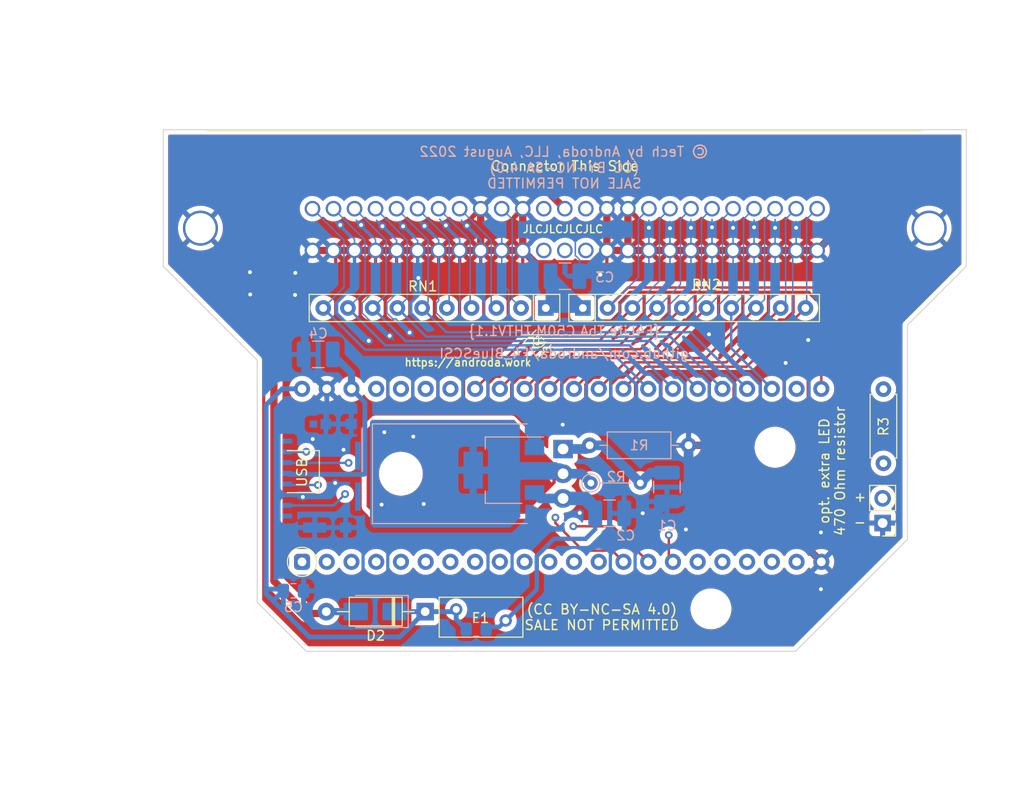
<source format=kicad_pcb>
(kicad_pcb (version 20211014) (generator pcbnew)
  (layers (0 "F.Cu" signal) (1 "In1.Cu" signal) (2 "In2.Cu" signal) (31 "B.Cu" signal) (34 "B.Paste" user) (35 "F.Paste" user) (36 "B.SilkS" user "B.Silkscreen") (37 "F.SilkS" user "F.Silkscreen") (38 "B.Mask" user) (39 "F.Mask" user) (44 "Edge.Cuts" user))
  (net 0 "")
  (net 1 "GND")
  (net 2 "+2V8")
  (net 3 "+5V")
  (net 7 "SD_CS")
  (net 8 "SD_CLK")
  (net 9 "SD_MISO")
  (net 10 "SD_MOSI")
  (net 11 "ATN")
  (net 12 "BSY")
  (net 13 "DBP")
  (net 14 "ACK")
  (net 15 "RST")
  (net 16 "MSG")
  (net 17 "SEL")
  (net 18 "CD")
  (net 19 "REQ")
  (net 20 "IO")
  (net 21 "DB7")
  (net 22 "DB6")
  (net 23 "DB5")
  (net 24 "DB4")
  (net 25 "DB3")
  (net 26 "DB2")
  (net 27 "DB1")
  (net 28 "DB0")
  (net 29 "+3V3")
  (net 30 "+5VP")
  (net 31 "+5F")
  (net 32 "Net-(C1-Pad1)")
  (net 33 "Net-(R3-Pad1)")
  (net 51 "Net-(J3-Pad2)")
  (footprint "MountingHole:MountingHole_3.2mm_M3" (layer "F.Cu") (at 151.22144 79.13116)
    (fp_text reference "REF**" hide)
    (fp_text value "MountingHole_3.2mm_M3")
  )
  (footprint "MountingHole:MountingHole_3.2mm_M3" (layer "F.Cu") (at 157.80258 62.51448)
    (fp_text reference "REF**" hide)
    (fp_text value "MountingHole_3.2mm_M3")
  )
  (footprint "CustomFootprints:Fuse_BelFuse_0ZRE0005FF_L8.3mm_W3.8mm" (layer "F.Cu") (at 125.05182 79.1845)
    (fp_text reference "F1")
    (fp_text value "Polyfuse")
  )
  (footprint "CustomFootprints:SpaceshipBug" (layer "F.Cu") (at 136.57072 51.47056 -90)
    (fp_text reference "REF**" hide)
    (fp_text value "SpaceshipBug" hide)
  )
  (footprint "Resistor_THT:R_Array_SIP10" (layer "F.Cu") (at 134.2517 48.20412 180)
    (fp_text reference "RN1")
    (fp_text value "R_Network09")
  )
  (footprint "Resistor_THT:R_Array_SIP10" (layer "F.Cu") (at 138.0617 48.20412)
    (fp_text reference "RN2")
    (fp_text value "R_Network09")
  )
  (footprint "Diode_THT:D_A-405_P10.16mm_Horizontal" (layer "F.Cu") (at 121.86412 79.4131 180)
    (fp_text reference "D2")
    (fp_text value "D")
  )
  (footprint "CustomFootprints:F4Lite_Footprint" (layer "F.Cu") (at 106.676095 66.673742 90)
    (fp_text reference "U2" hide)
    (fp_text value "F4Lite_Footprint")
  )
  (footprint "CustomFootprints:Centronics50Male" (layer "F.Cu") (at 136.2075 25.12846)
    (fp_text reference "U3" hide)
    (fp_text value "Centronics50PinMale")
  )
  (footprint "Connector_PinHeader_2.54mm:PinHeader_1x02_P2.54mm_Vertical" (layer "F.Cu") (at 168.85412 70.3072 180)
    (fp_text reference "J3" hide)
    (fp_text value "Conn_01x02_Male")
  )
  (footprint "Resistor_THT:R_Axial_DIN0207_L6.3mm_D2.5mm_P7.62mm_Horizontal" (layer "F.Cu") (at 168.9354 56.54548 -90)
    (fp_text reference "R3")
    (fp_text value "R")
  )
  (footprint "Capacitor_SMD:C_1210_3225Metric_Pad1.42x2.65mm_HandSolder" (layer "B.Cu") (at 140.817835 69.302643)
    (fp_text reference "C2")
    (fp_text value "10uF")
  )
  (footprint "Capacitor_SMD:C_1210_3225Metric_Pad1.42x2.65mm_HandSolder" (layer "B.Cu") (at 136.22114 44.93768)
    (fp_text reference "C3")
    (fp_text value "10uF")
  )
  (footprint "CustomFootprints:microsd_molex_1051620001" (layer "B.Cu") (at 111.278573 65.553602 90)
    (fp_text reference "J5" hide)
    (fp_text value "MicroSD-105162-0001")
  )
  (footprint "Capacitor_SMD:C_1210_3225Metric_Pad1.42x2.65mm_HandSolder" (layer "B.Cu") (at 146.696334 66.608642 -90)
    (fp_text reference "C1")
    (fp_text value "10uF")
  )
  (footprint "Resistor_THT:R_Axial_DIN0207_L6.3mm_D2.5mm_P10.16mm_Horizontal" (layer "B.Cu") (at 138.758834 62.317642)
    (fp_text reference "R1")
    (fp_text value "154")
  )
  (footprint "Resistor_THT:R_Axial_DIN0204_L3.6mm_D1.6mm_P5.08mm_Vertical" (layer "B.Cu") (at 138.885834 66.191144)
    (fp_text reference "R2")
    (fp_text value "120")
  )
  (footprint "Package_TO_SOT_THT:TO-220-3_Horizontal_TabDown" (layer "B.Cu") (at 136.028334 62.698644 -90)
    (fp_text reference "U1" hide)
    (fp_text value "LD1117V")
  )
  (footprint "Capacitor_SMD:C_1210_3225Metric_Pad1.42x2.65mm_HandSolder" (layer "B.Cu") (at 110.87702 52.9717 180)
    (fp_text reference "C4")
    (fp_text value "10uF")
  )
  (footprint "Capacitor_SMD:C_0805_2012Metric_Pad1.18x1.45mm_HandSolder" (layer "B.Cu") (at 108.3349 77.2668)
    (fp_text reference "C5")
    (fp_text value "10uF")
  )
  (footprint "Package_TO_SOT_SMD:SOT-223-3_TabPin2" (layer "B.Cu") (at 129.9464 64.8716 180)
    (fp_text reference "U4" hide)
    (fp_text value "LD1117V")
  )
  (footprint "Fuse:Fuse_0805_2012Metric_Pad1.15x1.40mm_HandSolder" (layer "B.Cu") (at 127.1016 81.2292)
    (fp_text reference "F2" hide)
    (fp_text value "Polyfuse")
  )
  (footprint "Diode_SMD:D_SMA" (layer "B.Cu") (at 116.7196 79.4004 180)
    (fp_text reference "D1" hide)
    (fp_text value "D")
  )
  (gr_line (start 159.91078 83.48726) (end 171.39464 72.00138) (layer "Edge.Cuts") (width 0.1))
  (gr_line (start 171.39464 49.9745) (end 171.39464 72.00138) (layer "Edge.Cuts") (width 0.1))
  (gr_line (start 104.61244 78.4479) (end 109.6518 83.48726) (layer "Edge.Cuts") (width 0.1))
  (gr_line (start 104.61244 53.57674) (end 104.61244 78.4479) (layer "Edge.Cuts") (width 0.1))
  (gr_line (start 177.45 29.8831) (end 94.965 29.8831) (layer "Edge.Cuts") (width 0.1))
  (gr_line (start 177.45 29.8831) (end 177.45 43.91914) (layer "Edge.Cuts") (width 0.1))
  (gr_line (start 94.965 43.9293) (end 104.61244 53.57674) (layer "Edge.Cuts") (width 0.1))
  (gr_line (start 109.6518 83.48726) (end 159.91078 83.48726) (layer "Edge.Cuts") (width 0.1))
  (gr_line (start 177.45 43.91914) (end 171.39464 49.9745) (layer "Edge.Cuts") (width 0.1))
  (gr_line (start 94.965 29.8831) (end 94.965 43.9293) (layer "Edge.Cuts") (width 0.1))
  (gr_text "© Tech by Androda, LLC, August 2022" (at 136.11 32.14) (layer "B.SilkS") (effects (font (size 1 1)) (justify mirror)))
  (gr_text "github.com/androda/F4_BlueSCSI" (at 136.13384 52.89042) (layer "B.SilkS") (effects (font (size 1 1)) (justify mirror)))
  (gr_text "{F4Lite.TbA.C50M.THTV1.1}" (at 136.13384 50.5714) (layer "B.SilkS") (effects (font (size 1 1)) (justify mirror)))
  (gr_text "(CC BY-NC-SA 4.0)\nSALE NOT PERMITTED" (at 136.16 34.6) (layer "B.SilkS") (effects (font (size 1 1)) (justify mirror)))
  (gr_text "JLCJLCJLCJLC" (at 136.017 40.10152) (layer "F.SilkS") (effects (font (size 0.8 0.8))))
  (gr_text "-" (at 166.51 70.22) (layer "F.SilkS") (effects (font (size 1 1))))
  (gr_text "https://androda.work" (at 126.25578 53.79974) (layer "F.SilkS") (effects (font (size 0.8 0.8))))
  (gr_text "+" (at 166.54 67.62) (layer "F.SilkS") (effects (font (size 1 1))))
  (gr_text "Connector This Side" (at 136.21 33.62) (layer "F.SilkS") (effects (font (size 1 1))))
  (gr_text "opt. extra LED\n470 Ohm resistor" (at 163.67 64.96 90) (layer "F.SilkS") (effects (font (size 1 1))))
  (gr_text "(CC BY-NC-SA 4.0)\nSALE NOT PERMITTED" (at 140.01 79.99) (layer "F.SilkS") (effects (font (size 1 1))))
  (segment (start 161.206096 51.493504) (end 161.206096 65.481116) (width 0.33) (layer "F.Cu") (net 1))
  (segment (start 151.01951 50.91049) (end 150.59787 50.91049) (width 0.33) (layer "F.Cu") (net 1))
  (segment (start 139.86256 44.78274) (end 139.436699 45.208601) (width 0.33) (layer "F.Cu") (net 1))
  (segment (start 121.412 44.87164) (end 122.81408 46.27372) (width 0.33) (layer "F.Cu") (net 1))
  (segment (start 155.79344 49.6189) (end 152.110624 53.301716) (width 0.33) (layer "F.Cu") (net 1))
  (segment (start 131.8875 45.2608) (end 132.95376 46.32706) (width 0.33) (layer "F.Cu") (net 1))
  (segment (start 142.20698 55.30342) (end 143.22298 54.28742) (width 0.33) (layer "F.Cu") (net 1))
  (segment (start 157.12673 48.643292) (end 156.151122 49.6189) (width 0.33) (layer "F.Cu") (net 1))
  (segment (start 151.046096 56.075664) (end 151.046096 57.967964) (width 0.33) (layer "F.Cu") (net 1))
  (segment (start 143.474524 56.054111) (end 144.79689 54.731745) (width 0.33) (layer "F.Cu") (net 1))
  (segment (start 118.9275 42.28846) (end 118.9275 45.13034) (width 0.33) (layer "F.Cu") (net 1))
  (segment (start 123.093396 58.407384) (end 120.604196 58.407384) (width 0.33) (layer "F.Cu") (net 1))
  (segment (start 157.12673 46.59101) (end 159.65953 46.59101) (width 0.33) (layer "F.Cu") (net 1))
  (segment (start 139.152499 43.663461) (end 140.5275 42.28846) (width 0.75) (layer "F.Cu") (net 1))
  (segment (start 123.16206 58.33872) (end 123.16206 55.21198) (width 0.33) (layer "F.Cu") (net 1))
  (segment (start 117.99316 58.293) (end 118.026096 58.260064) (width 0.33) (layer "F.Cu") (net 1))
  (segment (start 144.35307 48.716952) (end 143.415562 49.65446) (width 0.33) (layer "F.Cu") (net 1))
  (segment (start 140.939436 58.407384) (end 138.358796 58.407384) (width 0.33) (layer "F.Cu") (net 1))
  (segment (start 134.044894 55.323741) (end 134.536179 55.323741) (width 0.33) (layer "F.Cu") (net 1))
  (segment (start 157.12673 46.59101) (end 157.12673 48.643292) (width 0.33) (layer "F.Cu") (net 1))
  (segment (start 140.939436 58.407384) (end 143.474524 58.407384) (width 0.33) (layer "F.Cu") (net 1))
  (segment (start 146.91593 48.694092) (end 146.008902 49.60112) (width 0.33) (layer "F.Cu") (net 1))
  (segment (start 129.44856 46.34738) (end 129.84734 46.34738) (width 0.33) (layer "F.Cu") (net 1))
  (segment (start 160.06826 50.19548) (end 161.206096 51.333316) (width 0.33) (layer "F.Cu") (net 1))
  (segment (start 159.65953 46.59101) (end 161.25677 46.59101) (width 0.33) (layer "F.Cu") (net 1))
  (segment (start 152.00355 49.50481) (end 150.59787 50.91049) (width 0.33) (layer "F.Cu") (net 1))
  (segment (start 112.10036 52.81168) (end 112.04448 52.7558) (width 0.5) (layer "F.Cu") (net 1))
  (segment (start 116.7675 42.28846) (end 116.7675 44.7712) (width 0.33) (layer "F.Cu") (net 1))
  (segment (start 148.539025 54.731745) (end 148.539025 57.967705) (width 0.33) (layer "F.Cu") (net 1))
  (segment (start 128.054016 58.407384) (end 128.054016 57.812856) (width 0.33) (layer "F.Cu") (net 1))
  (segment (start 151.066325 54.731745) (end 153.608865 54.731745) (width 0.33) (layer "F.Cu") (net 1))
  (segment (start 127.5675 42.28846) (end 127.5675 44.46632) (width 0.33) (layer "F.Cu") (net 1))
  (segment (start 143.415562 49.65446) (end 142.875 49.65446) (width 0.33) (layer "F.Cu") (net 1))
  (segment (start 123.2475 42.28846) (end 123.2475 44.07316) (width 0.33) (layer "F.Cu") (net 1))
  (segment (start 120.604196 58.407384) (end 120.220824 58.407384) (width 0.33) (layer "F.Cu") (net 1))
  (segment (start 117.76456 45.76826) (end 117.76456 49.71034) (width 0.33) (layer "F.Cu") (net 1))
  (segment (start 146.91593 46.59101) (end 149.59097 46.59101) (width 0.33) (layer "F.Cu") (net 1))
  (segment (start 118.026096 58.260064) (end 118.026096 55.605764) (width 0.33) (layer "F.Cu") (net 1))
  (segment (start 125.4075 43.57886) (end 127.88392 46.05528) (width 0.33) (layer "F.Cu") (net 1))
  (segment (start 140.5275 37.99846) (end 140.5275 42.28846) (width 0.75) (layer "F.Cu") (net 1))
  (segment (start 125.4075 42.28846) (end 125.4075 43.57886) (width 0.33) (layer "F.Cu") (net 1))
  (segment (start 161.206096 51.333316) (end 161.206096 51.493504) (width 0.33) (layer "F.Cu") (net 1))
  (segment (start 154.49275 46.59101) (end 154.49275 48.737272) (width 0.33) (layer "F.Cu") (net 1))
  (segment (start 158.88716 54.83352) (end 158.7246 54.99608) (width 0.33) (layer "F.Cu") (net 1))
  (segment (start 158.7246 54.99608) (end 158.7246 58.15584) (width 0.33) (layer "F.Cu") (net 1))
  (segment (start 156.286094 55.064554) (end 156.286094 57.718854) (width 0.33) (layer "F.Cu") (net 1))
  (segment (start 114.6075 42.28846) (end 114.6075 46.20784) (width 0.33) (layer "F.Cu") (net 1))
  (segment (start 161.25677 46.59101) (end 162.0266 47.36084) (width 0.33) (layer "F.Cu") (net 1))
  (segment (start 138.358796 58.407384) (end 135.877384 58.407384) (width 0.33) (layer "F.Cu") (net 1))
  (segment (start 140.939436 56.049199) (end 141.685215 55.30342) (width 0.33) (layer "F.Cu") (net 1))
  (segment (start 133.250856 58.407384) (end 133.266096 58.392144) (width 0.33) (layer "F.Cu") (net 1))
  (segment (start 149.59097 46.59101) (end 152.00355 46.59101) (width 0.33) (layer "F.Cu") (net 1))
  (segment (start 121.0875 42.28846) (end 121.0875 44.54714) (width 0.33) (layer "F.Cu") (net 1))
  (segment (start 148.539025 54.731745) (end 151.066325 54.731745) (width 0.33) (layer "F.Cu") (net 1))
  (segment (start 140.989003 49.541019) (end 141.86408 48.665942) (width 0.33) (layer "F.Cu") (net 1))
  (segment (start 132.064759 55.323741) (end 134.906801 52.481699) (width 0.33) (layer "F.Cu") (net 1))
  (segment (start 122.81408 46.27372) (end 122.81408 49.6189) (width 0.33) (layer "F.Cu") (net 1))
  (segment (start 156.151122 49.6189) (end 155.79344 49.6189) (width 0.33) (layer "F.Cu") (net 1))
  (segment (start 139.436699 49.541019) (end 140.989003 49.541019) (width 0.33) (layer "F.Cu") (net 1))
  (segment (start 125.864704 58.407384) (end 125.806094 58.348774) (width 0.33) (layer "F.Cu") (net 1))
  (segment (start 129.056335 55.2323) (end 129.52222 55.2323) (width 0.33) (layer "F.Cu") (net 1))
  (segment (start 134.536179 55.323741) (end 136.928211 52.931709) (width 0.33) (layer "F.Cu") (net 1))
  (segment (start 152.319532 50.91049) (end 151.01951 50.91049) (width 0.33) (layer "F.Cu") (net 1))
  (segment (start 117.99316 58.293) (end 115.11026 58.293) (width 0.33) (layer "F.Cu") (net 1))
  (segment (start 158.26232 49.43856) (end 153.949155 53.751725) (width 0.33) (layer "F.Cu") (net 1))
  (segment (start 148.693682 49.45634) (end 148.4884 49.45634) (width 0.33) (layer "F.Cu") (net 1))
  (segment (start 130.743876 58.407384) (end 128.054016 58.407384) (width 0.33) (layer "F.Cu") (net 1))
  (segment (start 146.085735 54.731745) (end 146.085735 58.056605) (width 0.33) (layer "F.Cu") (net 1))
  (segment (start 135.877384 58.407384) (end 133.250856 58.407384) (width 0.33) (layer "F.Cu") (net 1))
  (segment (start 112.6744 42.51536) (end 112.6744 49.0728) (width 0.33) (layer "F.Cu") (net 1))
  (segment (start 151.066325 54.731745) (end 151.066325 56.055435) (width 0.33) (layer "F.Cu") (net 1))
  (segment (start 131.8875 42.28846) (end 110.2875 42.28846) (width 0.75) (layer "F.Cu") (net 1))
  (segment (start 131.8875 42.28846) (end 131.8875 45.2608) (width 0.33) (layer "F.Cu") (net 1))
  (segment (start 114.6075 46.20784) (end 115.18392 46.78426) (width 0.33) (layer "F.Cu") (net 1))
  (segment (start 159.65953 48.650492) (end 158.871462 49.43856) (width 0.33) (layer "F.Cu") (net 1))
  (segment (start 146.91593 46.59101) (end 146.91593 48.694092) (width 0.33) (layer "F.Cu") (net 1))
  (segment (start 139.436699 45.208601) (end 139.436699 49.541019) (width 0.33) (layer "F.Cu") (net 1))
  (segment (start 139.697459 55.323741) (end 141.1351 53.8861) (width 0.33) (layer "F.Cu") (net 1))
  (segment (start 130.743876 56.084759) (end 131.504894 55.323741) (width 0.33) (layer "F.Cu") (net 1))
  (segment (start 125.806094 58.348774) (end 125.806094 55.620814) (width 0.33) (layer "F.Cu") (net 1))
  (segment (start 132.95376 46.32706) (end 132.95376 49.21758) (width 0.33) (layer "F.Cu") (net 1))
  (segment (start 142.907788 46.59101) (end 144.35307 46.59101) (width 0.33) (layer "F.Cu") (net 1))
  (segment (start 129.84734 46.34738) (end 130.39344 46.89348) (width 0.33) (layer "F.Cu") (net 1))
  (segment (start 135.877384 58.407384) (end 135.877384 56.031251) (width 0.33) (layer "F.Cu") (net 1))
  (segment (start 155.953285 54.731745) (end 156.286094 55.064554) (width 0.33) (layer "F.Cu") (net 1))
  (segment (start 131.504894 55.323741) (end 132.064759 55.323741) (width 0.33) (layer "F.Cu") (net 1))
  (segment (start 111.756095 53.044185) (end 112.04448 52.7558) (width 0.5) (layer "F.Cu") (net 1))
  (segment (start 159.65953 46.59101) (end 159.65953 48.650492) (width 0.33) (layer "F.Cu") (net 1))
  (segment (start 141.86408 48.665942) (end 141.86408 47.634718) (width 0.33) (layer "F.Cu") (net 1))
  (segment (start 133.266096 58.392144) (end 133.266096 56.102539) (width 0.33) (layer "F.Cu") (net 1))
  (segment (start 150.579995 62.317642) (end 162.556095 74.293742) (width 0.75) (layer "F.Cu") (net 1))
  (segment (start 153.608865 54.731745) (end 155.498975 54.731745) (width 0.33) (layer "F.Cu") (net 1))
  (segment (start 161.206096 65.481116) (end 166.03218 70.3072) (width 0.33) (layer "F.Cu") (net 1))
  (segment (start 138.358796 58.407384) (end 138.358796 56.089839) (width 0.33) (layer "F.Cu") (net 1))
  (segment (start 148.4884 49.45634) (end 145.543042 52.401698) (width 0.33) (layer "F.Cu") (net 1))
  (segment (start 148.918834 62.317642) (end 150.579995 62.317642) (width 0.75) (layer "F.Cu") (net 1))
  (segment (start 133.266096 56.102539) (end 134.044894 55.323741) (width 0.33) (layer "F.Cu") (net 1))
  (segment (start 150.59787 50.91049) (end 148.656653 52.851707) (width 0.33) (layer "F.Cu") (net 1))
  (segment (start 146.008902 49.60112) (end 145.4912 49.60112) (width 0.33) (layer "F.Cu") (net 1))
  (segment (start 127.88392 46.05528) (end 127.88392 49.3649) (width 0.33) (layer "F.Cu") (net 1))
  (segment (start 152.00355 46.59101) (end 152.00355 49.50481) (width 0.33) (layer "F.Cu") (net 1))
  (segment (start 133.250856 58.407384) (end 130.743876 58.407384) (width 0.33) (layer "F.Cu") (net 1))
  (segment (start 128.32334 55.965295) (end 129.056335 55.2323) (width 0.33) (layer "F.Cu") (net 1))
  (segment (start 153.608865 54.731745) (end 153.608865 56.385635) (width 0.33) (layer "F.Cu") (net 1))
  (segment (start 144.35307 46.59101) (end 144.35307 48.716952) (width 0.33) (layer "F.Cu") (net 1))
  (segment (start 155.498975 54.731745) (end 160.06826 50.16246) (width 0.33) (layer "F.Cu") (net 1))
  (segment (start 160.06826 50.16246) (end 160.06826 50.19548) (width 0.33) (layer "F.Cu") (net 1))
  (segment (start 123.093396 58.407384) (end 123.16206 58.33872) (width 0.33) (layer "F.Cu") (net 1))
  (segment (start 144.79689 54.731745) (end 146.085735 54.731745) (width 0.33) (layer "F.Cu") (net 1))
  (segment (start 142.6875 37.99846) (end 142.6875 42.28846) (width 0.75) (layer "F.Cu") (net 1))
  (segment (start 151.066325 56.055435) (end 151.046096 56.075664) (width 0.33) (layer "F.Cu") (net 1))
  (segment (start 135.877384 56.031251) (end 136.622995 55.28564) (width 0.33) (layer "F.Cu") (net 1))
  (segment (start 144.35307 46.59101) (end 146.91593 46.59101) (width 0.33) (layer "F.Cu") (net 1))
  (segment (start 154.49275 46.59101) (end 157.12673 46.59101) (width 0.33) (layer "F.Cu") (net 1))
  (segment (start 145.4912 49.60112) (end 143.18234 51.90998) (width 0.33) (layer "F.Cu") (net 1))
  (segment (start 127.5675 37.99846) (end 127.5675 42.28846) (width 0.75) (layer "F.Cu") (net 1))
  (segment (start 130.743876 58.407384) (end 130.743876 56.084759) (width 0.33) (layer "F.Cu") (net 1))
  (segment (start 166.03218 70.3072) (end 168.85412 70.3072) (width 0.33) (layer "F.Cu") (net 1))
  (segment (start 129.52222 55.2323) (end 132.7023 52.05222) (width 0.33) (layer "F.Cu") (net 1))
  (segment (start 120.604196 58.407384) (end 120.604196 55.463524) (width 0.33) (layer "F.Cu") (net 1))
  (segment (start 142.875 49.65446) (end 141.16558 51.36388) (width 0.33) (layer "F.Cu") (net 1))
  (segment (start 141.86408 47.634718) (end 142.907788 46.59101) (width 0.33) (layer "F.Cu") (net 1))
  (segment (start 120.28932 46.49216) (end 120.28932 49.78146) (width 0.33) (layer "F.Cu") (net 1))
  (segment (start 133.262501 43.663461) (end 139.152499 43.663461) (width 0.75) (layer "F.Cu") (net 1))
  (segment (start 154.49275 48.737272) (end 152.319532 50.91049) (width 0.33) (layer "F.Cu") (net 1))
  (segment (start 123.2475 44.07316) (end 125.39472 46.22038) (width 0.33) (layer "F.Cu") (net 1))
  (segment (start 139.124894 55.323741) (end 139.697459 55.323741) (width 0.33) (layer "F.Cu") (net 1))
  (segment (start 112.4475 42.28846) (end 112.6744 42.51536) (width 0.33) (layer "F.Cu") (net 1))
  (segment (start 125.864704 58.407384) (end 123.093396 58.407384) (width 0.33) (layer "F.Cu") (net 1))
  (segment (start 138.358796 56.089839) (end 139.124894 55.323741) (width 0.33) (layer "F.Cu") (net 1))
  (segment (start 118.9275 45.13034) (end 120.28932 46.49216) (width 0.33) (layer "F.Cu") (net 1))
  (segment (start 116.7675 44.7712) (end 117.76456 45.76826) (width 0.33) (layer "F.Cu") (net 1))
  (segment (start 131.8875 37.99846) (end 131.8875 42.28846) (width 0.75) (layer "F.Cu") (net 1))
  (segment (start 128.32334 57.543532) (end 128.32334 55.965295) (width 0.33) (layer "F.Cu") (net 1))
  (segment (start 149.59097 46.59101) (end 149.59097 48.559052) (width 0.33) (layer "F.Cu") (net 1))
  (segment (start 120.220824 58.407384) (end 120.10644 58.293) (width 0.33) (layer "F.Cu") (net 1))
  (segment (start 136.622995 55.28564) (end 137.24636 55.28564) (width 0.33) (layer "F.Cu") (net 1))
  (segment (start 149.59097 48.559052) (end 148.693682 49.45634) (width 0.33) (layer "F.Cu") (net 1))
  (segment (start 155.498975 54.731745) (end 155.953285 54.731745) (width 0.33) (layer "F.Cu") (net 1))
  (segment (start 143.474524 58.407384) (end 143.474524 56.054111) (width 0.33) (layer "F.Cu") (net 1))
  (segment (start 152.00355 46.59101) (end 154.49275 46.59101) (width 0.33) (layer "F.Cu") (net 1))
  (segment (start 153.586096 56.408404) (end 153.586096 57.607284) (width 0.33) (layer "F.Cu") (net 1))
  (segment (start 128.054016 57.812856) (end 128.32334 57.543532) (width 0.33) (layer "F.Cu") (net 1))
  (segment (start 158.871462 49.43856) (end 158.26232 49.43856) (width 0.33) (layer "F.Cu") (net 1))
  (segment (start 162.1275 42.28846) (end 140.5275 42.28846) (width 0.75) (layer "F.Cu") (net 1))
  (segment (start 158.88716 53.85054) (end 158.88716 54.83352) (width 0.33) (layer "F.Cu") (net 1))
  (segment (start 140.939436 58.407384) (end 140.939436 56.049199) (width 0.33) (layer "F.Cu") (net 1))
  (segment (start 121.0875 44.54714) (end 121.412 44.87164) (width 0.33) (layer "F.Cu") (net 1))
  (segment (start 131.8875 42.28846) (end 133.262501 43.663461) (width 0.75) (layer "F.Cu") (net 1))
  (segment (start 115.18392 46.78426) (end 115.18392 49.34458) (width 0.33) (layer "F.Cu") (net 1))
  (segment (start 140.5275 44.1178) (end 139.86256 44.78274) (width 0.33) (layer "F.Cu") (net 1))
  (segment (start 130.39344 46.89348) (end 130.39344 49.40046) (width 0.33) (layer "F.Cu") (net 1))
  (segment (start 128.054016 58.407384) (end 125.864704 58.407384) (width 0.33) (layer "F.Cu") (net 1))
  (segment (start 153.608865 56.385635) (end 153.586096 56.408404) (width 0.33) (layer "F.Cu") (net 1))
  (segment (start 140.5275 42.28846) (end 140.5275 44.1178) (width 0.33) (layer "F.Cu") (net 1))
  (segment (start 146.085735 54.731745) (end 148.539025 54.731745) (width 0.33) (layer "F.Cu") (net 1))
  (segment (start 120.10644 58.293) (end 117.99316 58.293) (width 0.33) (layer "F.Cu") (net 1))
  (segment (start 125.39472 46.22038) (end 125.39472 49.78146) (width 0.33) (layer "F.Cu") (net 1))
  (segment (start 164.4175 39.99846) (end 162.1275 42.28846) (width 0.75) (layer "F.Cu") (net 1))
  (segment (start 127.5675 44.46632) (end 129.44856 46.34738) (width 0.33) (layer "F.Cu") (net 1))
  (segment (start 141.685215 55.30342) (end 142.20698 55.30342) (width 0.33) (layer "F.Cu") (net 1))
  (segment (start 137.24636 55.28564) (end 139.150282 53.381718) (width 0.33) (layer "F.Cu") (net 1))
  (via (at 117.475 39.79672) (size 0.8) (drill 0.4) (layers "F.Cu" "B.Cu") (net 1))
  (via (at 121.16816 45.11548) (size 0.8) (drill 0.4) (layers "F.Cu" "B.Cu") (net 1))
  (via (at 108.52404 44.59478) (size 0.8) (drill 0.4) (layers "F.Cu" "B.Cu") (net 1))
  (via (at 121.79935 39.77513) (size 0.8) (drill 0.4) (layers "F.Cu" "B.Cu") (net 1))
  (via (at 108.49864 46.86554) (size 0.8) (drill 0.4) (layers "F.Cu" "B.Cu") (net 1))
  (via (at 147.0075 40.00508) (size 0.8) (drill 0.4) (layers "F.Cu" "B.Cu") (net 1))
  (via (at 113.15065 39.67353) (size 0.8) (drill 0.4) (layers "F.Cu" "B.Cu") (net 1))
  (via (at 153.4875 39.9589) (size 0.8) (drill 0.4) (layers "F.Cu" "B.Cu") (net 1))
  (via (at 144.209757 69.302643) (size 0.8) (drill 0.4) (layers "F.Cu" "B.Cu") (net 1))
  (via (at 135.9916 60.198) (size 0.8) (drill 0.4) (layers "F.Cu" "B.Cu") (net 1))
  (via (at 120.26519 50.72507) (size 0.8) (drill 0.4) (layers "F.Cu" "B.Cu") (net 1))
  (via (at 113.47958 62.7761) (size 0.8) (drill 0.4) (layers "F.Cu" "B.Cu") (net 1))
  (via (at 155.6475 39.90964) (size 0.8) (drill 0.4) (layers "F.Cu" "B.Cu") (net 1))
  (via (at 103.89362 46.81728) (size 0.8) (drill 0.4) (layers "F.Cu" "B.Cu") (net 1))
  (via (at 126.153985 39.743575) (size 0.8) (drill 0.4) (layers "F.Cu" "B.Cu") (net 1))
  (via (at 118.21541 51.06797) (size 0.8) (drill 0.4) (layers "F.Cu" "B.Cu") (net 1))
  (via (at 103.86822 44.51858) (size 0.8) (drill 0.4) (layers "F.Cu" "B.Cu") (net 1))
  (via (at 123.9901 39.71544) (size 0.8) (drill 0.4) (layers "F.Cu" "B.Cu") (net 1))
  (via (at 119.60098 39.8018) (size 0.8) (drill 0.4) (layers "F.Cu" "B.Cu") (net 1))
  (via (at 148.6408 70.9676) (size 0.8) (drill 0.4) (layers "F.Cu" "B.Cu") (net 1))
  (via (at 139.86256 44.78274) (size 0.8) (drill 0.4) (layers "F.Cu" "B.Cu") (net 1))
  (via (at 159.9675 39.95336) (size 0.8) (drill 0.4) (layers "F.Cu" "B.Cu") (net 1))
  (via (at 149.1675 39.95582) (size 0.8) (drill 0.4) (layers "F.Cu" "B.Cu") (net 1))
  (via (at 162.51428 71.26986) (size 0.8) (drill 0.4) (layers "F.Cu" "B.Cu") (net 1))
  (via (at 115.28552 39.67226) (size 0.8) (drill 0.4) (layers "F.Cu" "B.Cu") (net 1))
  (via (at 157.8075 39.96198) (size 0.8) (drill 0.4) (layers "F.Cu" "B.Cu") (net 1))
  (via (at 112.6236 66.1924) (size 0.8) (drill 0.4) (layers "F.Cu" "B.Cu") (net 1))
  (via (at 161.206096 51.493504) (size 0.8) (drill 0.4) (layers "F.Cu" "B.Cu") (net 1))
  (via (at 109.29874 67.6275) (size 0.8) (drill 0.4) (layers "F.Cu" "B.Cu") (net 1))
  (via (at 116.07292 51.5747) (size 0.8) (drill 0.4) (layers "F.Cu" "B.Cu") (net 1))
  (via (at 151.01951 50.91049) (size 0.8) (drill 0.4) (layers "F.Cu" "B.Cu") (net 1))
  (via (at 162.51428 77.10678) (size 0.8) (drill 0.4) (layers "F.Cu" "B.Cu") (net 1))
  (via (at 158.88716 53.85054) (size 0.8) (drill 0.4) (layers "F.Cu" "B.Cu") (net 1))
  (via (at 137.7442 69.2658) (size 0.8) (drill 0.4) (layers "F.Cu" "B.Cu") (net 1))
  (via (at 151.3275 39.90656) (size 0.8) (drill 0.4) (layers "F.Cu" "B.Cu") (net 1))
  (via (at 144.8475 39.95274) (size 0.8) (drill 0.4) (layers "F.Cu" "B.Cu") (net 1))
  (via (at 110.31474 61.67882) (size 0.8) (drill 0.4) (layers "F.Cu" "B.Cu") (net 1))
  (segment (start 118.21541 51.06797) (end 118.64848 51.50104) (width 0.155) (layer "B.Cu") (net 1))
  (segment (start 120.26519 50.72507) (end 120.6754 51.13528) (width 0.155) (layer "B.Cu") (net 1))
  (segment (start 116.07292 51.5747) (end 116.07292 51.5747) (width 0.33) (layer "B.Cu") (net 1))
  (segment (start 113.15065 39.67353) (end 112.78362 39.3065) (width 0.155) (layer "B.Cu") (net 1))
  (segment (start 115.28552 39.67226) (end 114.78768 39.17442) (width 0.155) (layer "B.Cu") (net 1))
  (segment (start 117.475 39.79672) (end 116.86032 39.18204) (width 0.155) (layer "B.Cu") (net 1))
  (segment (start 119.60098 39.8018) (end 119.15902 39.35984) (width 0.155) (layer "B.Cu") (net 1))
  (segment (start 121.79935 39.77513) (end 121.40946 39.38524) (width 0.155) (layer "B.Cu") (net 1))
  (segment (start 123.9901 39.71544) (end 123.350621 39.075961) (width 0.155) (layer "B.Cu") (net 1))
  (segment (start 126.153985 39.743575) (end 125.58737 39.17696) (width 0.155) (layer "B.Cu") (net 1))
  (segment (start 159.9675 39.95336) (end 159.9675 39.3048) (width 0.155) (layer "B.Cu") (net 1))
  (segment (start 157.8075 39.96198) (end 157.8075 39.103741) (width 0.155) (layer "B.Cu") (net 1))
  (segment (start 155.6475 39.90964) (end 155.6475 39.1504) (width 0.155) (layer "B.Cu") (net 1))
  (segment (start 153.4875 39.9589) (end 153.4875 39.21214) (width 0.155) (layer "B.Cu") (net 1))
  (segment (start 151.3275 39.90656) (end 151.3275 39.107061) (width 0.155) (layer "B.Cu") (net 1))
  (segment (start 149.1675 39.95582) (end 149.1675 39.155621) (width 0.155) (layer "B.Cu") (net 1))
  (segment (start 147.0075 40.00508) (end 147.0075 39.29372) (width 0.155) (layer "B.Cu") (net 1))
  (segment (start 144.8475 39.95274) (end 144.8475 39.19074) (width 0.155) (layer "B.Cu") (net 1))
  (segment (start 128.30048 58.37174) (end 125.73 58.37174) (width 0.33) (layer "B.Cu") (net 1))
  (segment (start 146.9009 47.930218) (end 146.9009 49.30902) (width 0.155) (layer "B.Cu") (net 1))
  (segment (start 118.04396 58.37174) (end 118.04396 55.36692) (width 0.33) (layer "B.Cu") (net 1))
  (segment (start 147.887296 55.323741) (end 147.454621 55.323741) (width 0.33) (layer "B.Cu") (net 1))
  (segment (start 123.2475 47.453618) (end 123.014199 47.686919) (width 0.155) (layer "B.Cu") (net 1))
  (segment (start 151.3275 46.043618) (end 149.5552 47.815918) (width 0.155) (layer "B.Cu") (net 1))
  (segment (start 131.8875 42.28846) (end 132.96392 43.36488) (width 0.155) (layer "B.Cu") (net 1))
  (segment (start 127.5675 42.28846) (end 127.5675 46.59992) (width 0.155) (layer "B.Cu") (net 1))
  (segment (start 107.323571 70.768602) (end 113.698573 70.768602) (width 0.5) (layer "B.Cu") (net 1))
  (segment (start 133.0964 62.5716) (end 133.0964 60.5024) (width 1.4) (layer "B.Cu") (net 1))
  (segment (start 144.44726 47.843858) (end 144.44726 49.18202) (width 0.155) (layer "B.Cu") (net 1))
  (segment (start 143.5862 56.59628) (end 143.5735 56.58358) (width 0.33) (layer "B.Cu") (net 1))
  (segment (start 140.91158 58.37174) (end 138.43762 58.37174) (width 0.33) (layer "B.Cu") (net 1))
  (segment (start 130.449991 46.429331) (end 130.449991 49.330011) (width 0.155) (layer "B.Cu") (net 1))
  (segment (start 129.7275 45.70684) (end 130.449991 46.429331) (width 0.155) (layer "B.Cu") (net 1))
  (segment (start 106.758572 67.883601) (end 106.758572 68.318548) (width 0.5) (layer "B.Cu") (net 1))
  (segment (start 133.0964 60.5024) (end 133.1976 60.4012) (width 1.4) (layer "B.Cu") (net 1))
  (segment (start 141.83106 47.920058) (end 141.83106 49.22012) (width 0.155) (layer "B.Cu") (net 1))
  (segment (start 144.3101 58.37174) (end 143.5862 58.37174) (width 0.33) (layer "B.Cu") (net 1))
  (segment (start 116.96954 49.8221) (end 118.21541 51.06797) (width 0.155) (layer "B.Cu") (net 1))
  (segment (start 106.758572 66.514812) (end 106.758572 59.977188) (width 0.5) (layer "B.Cu") (net 1))
  (segment (start 147.0075 42.28846) (end 147.0075 40.00508) (width 0.155) (layer "B.Cu") (net 1))
  (segment (start 153.69286 58.37174) (end 153.69286 56.049305) (width 0.33) (layer "B.Cu") (net 1))
  (segment (start 161.29508 58.37174) (end 161.62782 58.37174) (width 0.33) (layer "B.Cu") (net 1))
  (segment (start 127.5675 42.28846) (end 127.5675 41.15709) (width 0.155) (layer "B.Cu") (net 1))
  (segment (start 116.7675 42.28846) (end 116.7675 41.15424) (width 0.155) (layer "B.Cu") (net 1))
  (segment (start 114.6075 42.28846) (end 114.6075 41.13038) (width 0.155) (layer "B.Cu") (net 1))
  (segment (start 151.22906 58.37174) (end 153.69286 58.37174) (width 0.33) (layer "B.Cu") (net 1))
  (segment (start 116.7675 46.313618) (end 115.394199 47.686919) (width 0.155) (layer "B.Cu") (net 1))
  (segment (start 149.1675 42.28846) (end 149.1675 39.95582) (width 0.155) (layer "B.Cu") (net 1))
  (segment (start 109.487501 54.245148) (end 111.756095 56.513742) (width 0.75) (layer "B.Cu") (net 1))
  (segment (start 157.8075 42.28846) (end 157.8075 39.96198) (width 0.155) (layer "B.Cu") (net 1))
  (segment (start 161.29508 58.37174) (end 161.29508 55.4736) (width 0.33) (layer "B.Cu") (net 1))
  (segment (start 148.918834 67.301014) (end 148.123706 68.096142) (width 1) (layer "B.Cu") (net 1))
  (segment (start 118.9275 41.24922) (end 117.475 39.79672) (width 0.155) (layer "B.Cu") (net 1))
  (segment (start 121.0875 42.28846) (end 121.0875 46.944118) (width 0.33) (layer "B.Cu") (net 1))
  (segment (start 150.307915 55.20436) (end 149.66696 55.20436) (width 0.33) (layer "B.Cu") (net 1))
  (segment (start 122.103338 50.47996) (end 122.40006 50.47996) (width 0.33) (layer "B.Cu") (net 1))
  (segment (start 147.454621 55.323741) (end 144.214228 52.083348) (width 0.33) (layer "B.Cu") (net 1))
  (segment (start 114.6075 45.933618) (end 112.854199 47.686919) (width 0.155) (layer "B.Cu") (net 1))
  (segment (start 121.0875 45.03482) (end 121.16816 45.11548) (width 0.33) (layer "B.Cu") (net 1))
  (segment (start 123.2475 42.28846) (end 123.2475 47.453618) (width 0.155) (layer "B.Cu") (net 1))
  (segment (start 155.6475 42.28846) (end 155.6475 39.90964) (width 0.155) (layer "B.Cu") (net 1))
  (segment (start 112.766699 48.763321) (end 115.578078 51.5747) (width 0.33) (layer "B.Cu") (net 1))
  (segment (start 114.268573 60.123602) (end 111.668573 60.123602) (width 0.5) (layer "B.Cu") (net 1))
  (segment (start 129.7275 42.28846) (end 129.7275 45.70684) (width 0.155) (layer "B.Cu") (net 1))
  (segment (start 156.28112 58.37174) (end 156.28112 56.097565) (width 0.33) (layer "B.Cu") (net 1))
  (segment (start 142.305335 69.302643) (end 142.305335 71.482515) (width 0.33) (layer "B.Cu") (net 1))
  (segment (start 132.96392 43.36488) (end 132.96392 49.38268) (width 0.155) (layer "B.Cu") (net 1))
  (segment (start 155.100895 54.91734) (end 154.73934 54.91734) (width 0.33) (layer "B.Cu") (net 1))
  (segment (start 130.79222 73.14438) (end 130.29692 72.64908) (width 0.33) (layer "B.Cu") (net 1))
  (segment (start 120.386699 47.644919) (end 120.386699 48.763321) (width 0.33) (layer "B.Cu") (net 1))
  (segment (start 107.708573 67.393602) (end 107.248571 67.393602) (width 0.5) (layer "B.Cu") (net 1))
  (segment (start 123.19 58.37174) (end 120.59412 58.37174) (width 0.33) (layer "B.Cu") (net 1))
  (segment (start 121.0875 46.944118) (end 120.386699 47.644919) (width 0.33) (layer "B.Cu") (net 1))
  (segment (start 114.6075 41.13038) (end 113.15065 39.67353) (width 0.155) (layer "B.Cu") (net 1))
  (segment (start 112.854199 48.721321) (end 116.042858 51.90998) (width 0.155) (layer "B.Cu") (net 1))
  (segment (start 108.49864 46.86554) (end 108.49864 47.73422) (width 0.25) (layer "B.Cu") (net 1))
  (segment (start 137.87828 44.93768) (end 140.5275 42.28846) (width 1) (layer "B.Cu") (net 1))
  (segment (start 140.886096 72.826964) (end 140.886096 75.496504) (width 0.33) (layer "B.Cu") (net 1))
  (segment (start 148.123706 68.096142) (end 146.696334 68.096142) (width 1) (layer "B.Cu") (net 1))
  (segment (start 155.6475 42.28846) (end 155.6475 46.803618) (width 0.155) (layer "B.Cu") (net 1))
  (segment (start 122.232838 50.47996) (end 122.40006 50.47996) (width 0.155) (layer "B.Cu") (net 1))
  (segment (start 106.758572 67.673052) (end 106.758572 68.318548) (width 0.5) (layer "B.Cu") (net 1))
  (segment (start 116.494978 49.8221) (end 116.96954 49.8221) (width 0.155) (layer "B.Cu") (net 1))
  (segment (start 114.6075 42.28846) (end 114.6075 45.933618) (width 0.155) (layer "B.Cu") (net 1))
  (segment (start 143.5862 58.37174) (end 143.5862 56.59628) (width 0.33) (layer "B.Cu") (net 1))
  (segment (start 143.5735 56.089945) (end 142.474555 54.991) (width 0.33) (layer "B.Cu") (net 1))
  (segment (start 118.9275 46.693618) (end 117.934199 47.686919) (width 0.155) (layer "B.Cu") (net 1))
  (segment (start 114.6075 45.804118) (end 112.766699 47.644919) (width 0.33) (layer "B.Cu") (net 1))
  (segment (start 139.41044 47.10938) (end 139.41044 49.24044) (width 0.33) (layer "B.Cu") (net 1))
  (segment (start 123.2475 42.28846) (end 123.2475 41.22328) (width 0.155) (layer "B.Cu") (net 1))
  (segment (start 145.489833 69.302643) (end 146.696334 68.096142) (width 1) (layer "B.Cu") (net 1))
  (segment (start 156.28112 56.097565) (end 155.100895 54.91734) (width 0.33) (layer "B.Cu") (net 1))
  (segment (start 156.28112 58.37174) (end 158.75508 58.37174) (width 0.33) (layer "B.Cu") (net 1))
  (segment (start 146.0246 58.37174) (end 146.0246 56.001045) (width 0.33) (layer "B.Cu") (net 1))
  (segment (start 114.6075 42.28846) (end 114.6075 45.804118) (width 0.33) (layer "B.Cu") (net 1))
  (segment (start 146.9263 58.37174) (end 146.0246 58.37174) (width 0.33) (layer "B.Cu") (net 1))
  (segment (start 153.4875 42.28846) (end 153.4875 39.9589) (width 0.155) (layer "B.Cu") (net 1))
  (segment (start 127.5675 41.15709) (end 126.153985 39.743575) (width 0.155) (layer "B.Cu") (net 1))
  (segment (start 130.81 58.37174) (end 128.30048 58.37174) (width 0.33) (layer "B.Cu") (net 1))
  (segment (start 151.3275 42.28846) (end 151.3275 46.043618) (width 0.155) (layer "B.Cu") (net 1))
  (segment (start 142.474555 54.991) (end 142.18158 54.991) (width 0.33) (layer "B.Cu") (net 1))
  (segment (start 128.74498 72.64908) (end 128.31826 73.0758) (width 0.33) (layer "B.Cu") (net 1))
  (segment (start 143.426096 72.603276) (end 143.426096 75.496504) (width 0.33) (layer "B.Cu") (net 1))
  (segment (start 129.7275 42.28846) (end 129.7275 40.73352) (width 0.155) (layer "B.Cu") (net 1))
  (segment (start 149.66696 55.20436) (end 146.10842 51.64582) (width 0.33) (layer "B.Cu") (net 1))
  (segment (start 151.22906 57.90184) (end 151.046096 57.718876) (width 0.33) (layer "B.Cu") (net 1))
  (segment (start 159.62122 42.63474) (end 159.62122 49.3649) (width 0.155) (layer "B.Cu") (net 1))
  (segment (start 121.0875 41.28832) (end 119.60098 39.8018) (width 0.155) (layer "B.Cu") (net 1))
  (segment (start 128.81102 76.9366) (end 130.79222 74.9554) (width 0.33) (layer "B.Cu") (net 1))
  (segment (start 146.0246 58.37174) (end 144.3101 58.37174) (width 0.33) (layer "B.Cu") (net 1))
  (segment (start 149.1675 45.663618) (end 146.9009 47.930218) (width 0.155) (layer "B.Cu") (net 1))
  (segment (start 121.0875 42.28846) (end 121.0875 45.03482) (width 0.33) (layer "B.Cu") (net 1))
  (segment (start 115.316 53.0987) (end 115.316 53.52542) (width 0.25) (layer "B.Cu") (net 1))
  (segment (start 127.5675 46.59992) (end 127.9271 46.95952) (width 0.155) (layer "B.Cu") (net 1))
  (segment (start 144.8475 42.28846) (end 144.8475 39.95274) (width 0.155) (layer "B.Cu") (net 1))
  (segment (start 153.69286 58.37174) (end 156.28112 58.37174) (width 0.33) (layer "B.Cu") (net 1))
  (segment (start 139.86256 46.65726) (end 139.41044 47.10938) (width 0.33) (layer "B.Cu") (net 1))
  (segment (start 130.81 58.37174) (end 130.81 54.96052) (width 0.33) (layer "B.Cu") (net 1))
  (segment (start 140.91158 58.37174) (end 140.91158 55.21452) (width 0.33) (layer "B.Cu") (net 1))
  (segment (start 106.758572 67.673052) (end 106.863847 67.778327) (width 0.5) (layer "B.Cu") (net 1))
  (segment (start 107.248571 67.393602) (end 106.863847 67.778327) (width 0.5) (layer "B.Cu") (net 1))
  (segment (start 149.1675 42.28846) (end 149.1675 45.663618) (width 0.155) (layer "B.Cu") (net 1))
  (segment (start 157.8075 42.28846) (end 157.8075 46.79862) (width 0.155) (layer "B.Cu") (net 1))
  (segment (start 159.9675 42.28846) (end 159.62122 42.63474) (width 0.155) (layer "B.Cu") (net 1))
  (segment (start 148.55952 58.37174) (end 151.22906 58.37174) (width 0.33) (layer "B.Cu") (net 1))
  (segment (start 153.4875 42.28846) (end 153.4875 46.423618) (width 0.155) (layer "B.Cu") (net 1))
  (segment (start 142.305335 71.407725) (end 140.886096 72.826964) (width 0.33) (layer "B.Cu") (net 1))
  (segment (start 151.046096 55.942541) (end 150.307915 55.20436) (width 0.33) (layer "B.Cu") (net 1))
  (segment (start 120.59412 58.37174) (end 120.59412 55.37962) (width 0.33) (layer "B.Cu") (net 1))
  (segment (start 125.73 58.37174) (end 125.73 55.11292) (width 0.33) (layer "B.Cu") (net 1))
  (segment (start 137.70864 44.93768) (end 137.87828 44.93768) (width 1) (layer "B.Cu") (net 1))
  (segment (start 152.37714 55.15864) (end 148.40183 51.18333) (width 0.33) (layer "B.Cu") (net 1))
  (segment (start 118.542218 49.32934) (end 118.86946 49.32934) (width 0.155) (layer "B.Cu") (net 1))
  (segment (start 138.43762 58.37174) (end 135.91286 58.37174) (width 0.33) (layer "B.Cu") (net 1))
  (segment (start 112.97158 50.75428) (end 115.316 53.0987) (width 0.25) (layer "B.Cu") (net 1))
  (segment (start 148.55952 58.37174) (end 148.55952 55.995965) (width 0.33) (layer "B.Cu") (net 1))
  (segment (start 138.43762 58.37174) (end 138.43762 54.98846) (width 0.33) (layer "B.Cu") (net 1))
  (segment (start 144.984075 54.96052) (end 144.57172 54.96052) (width 0.33) (layer "B.Cu") (net 1))
  (segment (start 151.98852 47.922598) (end 151.98852 49.40046) (width 0.155) (layer "B.Cu") (net 1))
  (segment (start 142.305335 69.302643) (end 142.305335 71.407725) (width 0.33) (layer "B.Cu") (net 1))
  (segment (start 148.918834 62.317642) (end 148.918834 67.301014) (width 1) (layer "B.Cu") (net 1))
  (segment (start 111.5187 50.75428) (end 112.97158 50.75428) (width 0.25) (layer "B.Cu") (net 1))
  (segment (start 117.10416 72.38492) (end 116.21008 72.38492) (width 0.33) (layer "B.Cu") (net 1))
  (segment (start 118.86946 49.32934) (end 120.26519 50.72507) (width 0.155) (layer "B.Cu") (net 1))
  (segment (start 117.934199 47.686919) (end 117.934199 48.721321) (width 0.155) (layer "B.Cu") (net 1))
  (segment (start 147.0075 42.28846) (end 147.0075 45.283618) (width 0.155) (layer "B.Cu") (net 1))
  (segment (start 144.3101 58.37174) (end 148.55952 58.37174) (width 0.33) (layer "B.Cu") (net 1))
  (segment (start 158.75508 58.37174) (end 161.29508 58.37174) (width 0.33) (layer "B.Cu") (net 1))
  (segment (start 111.668573 60.123602) (end 111.658573 60.133602) (width 0.5) (layer "B.Cu") (net 1))
  (segment (start 125.4075 41.13284) (end 123.9901 39.71544) (width 0.155) (layer "B.Cu") (net 1))
  (segment (start 106.758572 66.903603) (end 106.758572 66.514812) (width 0.5) (layer "B.Cu") (net 1))
  (segment (start 106.863847 67.778327) (end 106.758572 67.883601) (width 0.5) (layer "B.Cu") (net 1))
  (segment (start 118.026096 73.306856) (end 117.10416 72.38492) (width 0.33) (layer "B.Cu") (net 1))
  (segment (start 115.394199 47.686919) (end 115.394199 48.721321) (width 0.155) (layer "B.Cu") (net 1))
  (segment (start 118.026096 76.045144) (end 118.026096 73.306856) (width 0.33) (layer "B.Cu") (net 1))
  (segment (start 148.918834 62.317642) (end 148.918834 60.364274) (width 0.33) (layer "B.Cu") (net 1))
  (segment (start 111.756095 60.03608) (end 111.658573 60.133602) (width 0.5) (layer "B.Cu") (net 1))
  (segment (start 128.30048 58.37174) (end 128.30048 54.83606) (width 0.33) (layer "B.Cu") (net 1))
  (segment (start 116.93144 77.1398) (end 118.026096 76.045144) (width 0.33) (layer "B.Cu") (net 1))
  (segment (start 144.57172 54.96052) (end 142.144558 52.533358) (width 0.33) (layer "B.Cu") (net 1))
  (segment (start 144.8475 44.903618) (end 141.83106 47.920058) (width 0.155) (layer "B.Cu") (net 1))
  (segment (start 128.31826 73.0758) (end 128.31826 75.58278) (width 0.33) (layer "B.Cu") (net 1))
  (segment (start 151.22906 58.37174) (end 151.22906 57.90184) (width 0.33) (layer "B.Cu") (net 1))
  (segment (start 130.29692 72.64908) (end 128.74498 72.64908) (width 0.33) (layer "B.Cu") (net 1))
  (segment (start 108.49864 47.73422) (end 111.5187 50.75428) (width 0.25) (layer "B.Cu") (net 1))
  (segment (start 115.578078 51.5747) (end 116.07292 51.5747) (width 0.33) (layer "B.Cu") (net 1))
  (segment (start 120.474199 48.721321) (end 122.232838 50.47996) (width 0.155) (layer "B.Cu") (net 1))
  (segment (start 144.209757 69.302643) (end 145.489833 69.302643) (width 1) (layer "B.Cu") (net 1))
  (segment (start 135.91286 58.37174) (end 135.91286 55.03672) (width 0.33) (layer "B.Cu") (net 1))
  (segment (start 153.69286 56.049305) (end 152.802195 55.15864) (width 0.33) (layer "B.Cu") (net 1))
  (segment (start 137.289999 42.805661) (end 137.289999 41.272001) (width 0.155) (layer "B.Cu") (net 1))
  (segment (start 125.4075 42.28846) (end 125.4075 49.12876) (width 0.155) (layer "B.Cu") (net 1))
  (segment (start 121.06148 76.9366) (end 128.81102 76.9366) (width 0.33) (layer "B.Cu") (net 1))
  (segment (start 158.75508 58.37174) (end 158.75508 55.2831) (width 0.33) (layer "B.Cu") (net 1))
  (segment (start 112.854199 47.686919) (end 112.854199 48.721321) (width 0.155) (layer "B.Cu") (net 1))
  (segment (start 144.8475 42.28846) (end 144.8475 44.903618) (width 0.155) (layer "B.Cu") (net 1))
  (segment (start 123.014199 47.686919) (end 123.014199 48.721321) (width 0.155) (layer "B.Cu") (net 1))
  (segment (start 142.305335 71.482515) (end 143.426096 72.603276) (width 0.33) (layer "B.Cu") (net 1))
  (segment (start 142.305335 69.302643) (end 144.209757 69.302643) (width 1) (layer "B.Cu") (net 1))
  (segment (start 110.2875 42.28846) (end 109.487501 43.088459) (width 0.75) (layer "B.Cu") (net 1))
  (segment (start 143.5735 56.58358) (end 143.5735 56.089945) (width 0.33) (layer "B.Cu") (net 1))
  (segment (start 125.73 58.37174) (end 123.19 58.37174) (width 0.33) (layer "B.Cu") (net 1))
  (segment (start 153.4875 46.423618) (end 151.98852 47.922598) (width 0.155) (layer "B.Cu") (net 1))
  (segment (start 133.37032 58.37174) (end 130.81 58.37174) (width 0.33) (layer "B.Cu") (net 1))
  (segment (start 157.8075 46.79862) (end 157.16758 47.43854) (width 0.155) (layer "B.Cu") (net 1))
  (segment (start 130.79222 74.9554) (end 130.79222 73.14438) (width 0.33) (layer "B.Cu") (net 1))
  (segment (start 123.014199 48.721321) (end 124.170858 49.87798) (width 0.155) (layer "B.Cu") (net 1))
  (segment (start 116.7675 42.28846) (end 116.7675 46.313618) (width 0.155) (layer "B.Cu") (net 1))
  (segment (start 106.758572 70.203603) (end 107.323571 70.768602) (width 0.5) (layer "B.Cu") (net 1))
  (segment (start 116.21008 72.38492) (end 115.486096 73.108904) (width 0.33) (layer "B.Cu") (net 1))
  (segment (start 121.0875 42.28846) (end 121.0875 41.28832) (width 0.155) (layer "B.Cu") (net 1))
  (segment (start 116.7675 41.15424) (end 115.28552 39.67226) (width 0.155) (layer "B.Cu") (net 1))
  (segment (start 111.756095 56.513742) (end 111.756095 60.03608) (width 0.5) (layer "B.Cu") (net 1))
  (segment (start 147.0075 45.283618) (end 144.44726 47.843858) (width 0.155) (layer "B.Cu") (net 1))
  (segment (start 139.86256 44.78274) (end 139.86256 46.65726) (width 0.33) (layer "B.Cu") (net 1))
  (segment (start 133.37032 58.37174) (end 133.37032 55.35168) (width 0.33) (layer "B.Cu") (net 1))
  (segment (start 123.2475 41.22328) (end 121.79935 39.77513) (width 0.155) (layer "B.Cu") (net 1))
  (segment (start 151.046096 57.718876) (end 151.046096 55.942541) (width 0.33) (layer "B.Cu") (net 1))
  (segment (start 118.9275 42.28846) (end 118.9275 41.24922) (width 0.155) (layer "B.Cu") (net 1))
  (segment (start 107.248571 67.393602) (end 106.758572 66.903603) (width 0.5) (layer "B.Cu") (net 1))
  (segment (start 155.6475 46.803618) (end 154.58694 47.864178) (width 0.155) (layer "B.Cu") (net 1))
  (segment (start 154.58694 47.864178) (end 154.58694 49.8729) (width 0.155) (layer "B.Cu") (net 1))
  (segment (start 106.758572 66.514812) (end 106.758572 67.673052) (width 0.5) (layer "B.Cu") (net 1))
  (segment (start 148.918834 60.364274) (end 146.9263 58.37174) (width 0.33) (layer "B.Cu") (net 1))
  (segment (start 149.5552 47.815918) (end 149.5552 49.40046) (width 0.155) (layer "B.Cu") (net 1))
  (segment (start 127.9271 46.95952) (end 127.9271 49.35982) (width 0.155) (layer "B.Cu") (net 1))
  (segment (start 124.170858 49.87798) (end 129.65176 49.87798) (width 0.155) (layer "B.Cu") (net 1))
  (segment (start 152.802195 55.15864) (end 152.37714 55.15864) (width 0.33) (layer "B.Cu") (net 1))
  (segment (start 115.486096 73.108904) (end 115.486096 76.078164) (width 0.33) (layer "B.Cu") (net 1))
  (segment (start 107.9975 39.99846) (end 110.2875 42.28846) (width 0.75) (layer "B.Cu") (net 1))
  (segment (start 123.19 58.37174) (end 123.19 55.2704) (width 0.33) (layer "B.Cu") (net 1))
  (segment (start 120.386699 48.763321) (end 122.103338 50.47996) (width 0.33) (layer "B.Cu") (net 1))
  (segment (start 112.766699 47.644919) (end 112.766699 48.763321) (width 0.33) (layer "B.Cu") (net 1))
  (segment (start 118.9275 42.28846) (end 118.9275 46.693618) (width 0.155) (layer "B.Cu") (net 1))
  (segment (start 120.59412 58.37174) (end 118.04396 58.37174) (width 0.33) (layer "B.Cu") (net 1))
  (segment (start 118.04396 58.37174) (end 116.87556 58.37174) (width 0.33) (layer "B.Cu") (net 1))
  (segment (start 151.3275 42.28846) (end 151.3275 39.90656) (width 0.155) (layer "B.Cu") (net 1))
  (segment (start 137.70864 43.224302) (end 137.289999 42.805661) (width 0.155) (layer "B.Cu") (net 1))
  (segment (start 157.16758 47.43854) (end 157.16758 49.34712) (width 0.155) (layer "B.Cu") (net 1))
  (segment (start 135.91286 58.37174) (end 133.37032 58.37174) (width 0.33) (layer "B.Cu") (net 1))
  (segment (start 148.55952 55.995965) (end 147.887296 55.323741) (width 0.33) (layer "B.Cu") (net 1))
  (segment (start 137.70864 44.93768) (end 137.70864 43.224302) (width 0.155) (layer "B.Cu") (net 1))
  (segment (start 143.5862 58.37174) (end 140.91158 58.37174) (width 0.33) (layer "B.Cu") (net 1))
  (segment (start 106.758572 68.318548) (end 106.758572 70.203603) (width 0.5) (layer "B.Cu") (net 1))
  (segment (start 109.487501 43.088459) (end 109.487501 54.245148) (width 0.75) (layer "B.Cu") (net 1))
  (segment (start 115.394199 48.721321) (end 116.494978 49.8221) (width 0.155) (layer "B.Cu") (net 1))
  (segment (start 146.0246 56.001045) (end 144.984075 54.96052) (width 0.33) (layer "B.Cu") (net 1))
  (segment (start 122.40006 50.47996) (end 122.76836 50.47996) (width 0.155) (layer "B.Cu") (net 1))
  (segment (start 125.4075 42.28846) (end 125.4075 41.13284) (width 0.155) (layer "B.Cu") (net 1))
  (segment (start 159.9675 42.28846) (end 159.9675 39.95336) (width 0.155) (layer "B.Cu") (net 1))
  (segment (start 117.934199 48.721321) (end 118.542218 49.32934) (width 0.155) (layer "B.Cu") (net 1))
  (segment (start 122.14098 59.92368) (end 116.80698 59.92368) (width 0.33) (layer "F.Cu") (net 2))
  (segment (start 116.60886 69.1896) (end 122.36196 69.1896) (width 0.33) (layer "F.Cu") (net 2))
  (segment (start 122.36196 69.1896) (end 132.04444 69.1896) (width 0.33) (layer "F.Cu") (net 2))
  (segment (start 116.0145 60.71616) (end 116.0145 68.56222) (width 0.33) (layer "F.Cu") (net 2))
  (segment (start 132.04444 69.1896) (end 135.10514 66.1289) (width 0.33) (layer "F.Cu") (net 2))
  (segment (start 130.68808 59.92368) (end 122.40768 59.92368) (width 0.33) (layer "F.Cu") (net 2))
  (segment (start 135.10514 64.34074) (end 130.68808 59.92368) (width 0.33) (layer "F.Cu") (net 2))
  (segment (start 116.0145 68.56222) (end 116.49964 69.04736) (width 0.33) (layer "F.Cu") (net 2))
  (segment (start 116.80698 59.92368) (end 116.0145 60.71616) (width 0.33) (layer "F.Cu") (net 2))
  (segment (start 135.10514 66.1289) (end 135.10514 64.34074) (width 0.33) (layer "F.Cu") (net 2))
  (segment (start 117.3861 68.41236) (end 116.60886 69.1896) (width 0.33) (layer "F.Cu") (net 2))
  (via (at 117.3861 68.41236) (size 0.8) (drill 0.4) (layers "F.Cu" "B.Cu") (net 2))
  (via (at 121.71934 68.34886) (size 0.8) (drill 0.4) (layers "F.Cu" "B.Cu") (net 2))
  (via (at 117.66804 60.97524) (size 0.8) (drill 0.4) (layers "F.Cu" "B.Cu") (net 2))
  (via (at 120.64492 61.42228) (size 0.8) (drill 0.4) (layers "F.Cu" "B.Cu") (net 2))
  (segment (start 116.3574 68.27774) (end 116.3574 59.98718) (width 0.33) (layer "B.Cu") (net 2))
  (segment (start 131.4704 68.9864) (end 131.4704 65.9384) (width 0.33) (layer "B.Cu") (net 2))
  (segment (start 130.50012 70.61708) (end 116.61394 70.61708) (width 0.33) (layer "B.Cu") (net 2))
  (segment (start 124.3584 64.8716) (end 124.3076 64.8208) (width 0.75) (layer "B.Cu") (net 2))
  (segment (start 130.92938 59.86018) (end 131.4196 60.3504) (width 0.33) (layer "B.Cu") (net 2))
  (segment (start 134.73364 47.72218) (end 134.2517 48.20412) (width 1) (layer "B.Cu") (net 2))
  (segment (start 126.7964 64.8716) (end 126.7964 67.716) (width 0.75) (layer "B.Cu") (net 2))
  (segment (start 131.4196 64.008) (end 131.6228 64.2112) (width 0.33) (layer "B.Cu") (net 2))
  (segment (start 135.66129 64.8716) (end 136.028334 65.238644) (width 1.4) (layer "B.Cu") (net 2))
  (segment (start 116.4844 59.86018) (end 130.06578 59.86018) (width 0.33) (layer "B.Cu") (net 2))
  (segment (start 126.7964 64.8716) (end 124.3584 64.8716) (width 0.75) (layer "B.Cu") (net 2))
  (segment (start 134.2517 48.20412) (end 135.04672 48.20412) (width 1) (layer "B.Cu") (net 2))
  (segment (start 116.61394 70.61708) (end 116.3574 70.36054) (width 0.33) (layer "B.Cu") (net 2))
  (segment (start 126.7964 67.716) (end 126.7968 67.7164) (width 0.75) (layer "B.Cu") (net 2))
  (segment (start 134.73364 44.93768) (end 134.79526 44.93768) (width 1) (layer "B.Cu") (net 2))
  (segment (start 116.3574 70.36054) (end 116.3574 68.27774) (width 0.33) (layer "B.Cu") (net 2))
  (segment (start 135.95858 47.29226) (end 136.57072 47.9044) (width 1) (layer "B.Cu") (net 2))
  (segment (start 135.04672 48.20412) (end 135.95858 47.29226) (width 1) (layer "B.Cu") (net 2))
  (segment (start 131.6228 64.2112) (end 132.08 64.2112) (width 0.33) (layer "B.Cu") (net 2))
  (segment (start 131.4704 69.6468) (end 131.4704 68.9864) (width 0.33) (layer "B.Cu") (net 2))
  (segment (start 135.2804 64.2112) (end 135.382 64.3128) (width 0.33) (layer "B.Cu") (net 2))
  (segment (start 132.08 65.6844) (end 135.0264 65.6844) (width 0.33) (layer "B.Cu") (net 2))
  (segment (start 132.08 64.2112) (end 135.2804 64.2112) (width 0.33) (layer "B.Cu") (net 2))
  (segment (start 136.57072 48.20412) (end 138.0617 48.20412) (width 1) (layer "B.Cu") (net 2))
  (segment (start 134.79526 44.93768) (end 138.0617 48.20412) (width 1) (layer "B.Cu") (net 2))
  (segment (start 130.50012 70.61708) (end 131.4704 69.6468) (width 0.33) (layer "B.Cu") (net 2))
  (segment (start 126.7964 64.8716) (end 129.1336 64.8716) (width 0.75) (layer "B.Cu") (net 2))
  (segment (start 134.73364 44.93768) (end 134.73364 47.72218) (width 1) (layer "B.Cu") (net 2))
  (segment (start 136.028334 65.238644) (end 137.933334 65.238644) (width 1) (layer "B.Cu") (net 2))
  (segment (start 136.57072 47.9044) (end 136.57072 48.20412) (width 1) (layer "B.Cu") (net 2))
  (segment (start 126.7964 64.8716) (end 126.7964 61.9256) (width 0.75) (layer "B.Cu") (net 2))
  (segment (start 131.4704 65.9384) (end 131.7244 65.6844) (width 0.33) (layer "B.Cu") (net 2))
  (segment (start 130.06578 59.86018) (end 130.92938 59.86018) (width 0.33) (layer "B.Cu") (net 2))
  (segment (start 137.933334 65.238644) (end 138.885834 66.191144) (width 1) (layer "B.Cu") (net 2))
  (segment (start 129.1336 64.8716) (end 135.66129 64.8716) (width 1.4) (layer "B.Cu") (net 2))
  (segment (start 131.7244 65.6844) (end 132.08 65.6844) (width 0.33) (layer "B.Cu") (net 2))
  (segment (start 134.73364 44.93768) (end 134.73364 46.06732) (width 1) (layer "B.Cu") (net 2))
  (segment (start 134.2517 48.20412) (end 136.57072 48.20412) (width 1) (layer "B.Cu") (net 2))
  (segment (start 116.3574 59.98718) (end 116.4844 59.86018) (width 0.33) (layer "B.Cu") (net 2))
  (segment (start 134.73364 46.06732) (end 135.95858 47.29226) (width 1) (layer "B.Cu") (net 2))
  (segment (start 131.4196 60.3504) (end 131.4196 64.008) (width 0.33) (layer "B.Cu") (net 2))
  (segment (start 132.51936 34.31032) (end 111.01324 34.31032) (width 0.75) (layer "F.Cu") (net 3))
  (segment (start 106.32948 76.2635) (end 109.66958 79.6036) (width 0.75) (layer "F.Cu") (net 3))
  (segment (start 109.66958 79.6036) (end 111.51362 79.6036) (width 0.75) (layer "F.Cu") (net 3))
  (segment (start 136.2075 37.99846) (end 132.51936 34.31032) (width 0.75) (layer "F.Cu") (net 3))
  (segment (start 106.32948 38.99408) (end 106.32948 76.2635) (width 0.75) (layer "F.Cu") (net 3))
  (segment (start 111.51362 79.6036) (end 111.70412 79.4131) (width 0.75) (layer "F.Cu") (net 3))
  (segment (start 111.01324 34.31032) (end 106.32948 38.99408) (width 0.75) (layer "F.Cu") (net 3))
  (segment (start 114.7069 79.4131) (end 114.7196 79.4004) (width 0.75) (layer "B.Cu") (net 3))
  (segment (start 111.70412 79.4131) (end 114.7069 79.4131) (width 0.75) (layer "B.Cu") (net 3))
  (via (at 109.64926 62.97422) (size 0.8) (drill 0.4) (layers "F.Cu" "B.Cu") (net 7))
  (segment (start 109.629878 62.993602) (end 109.64926 62.97422) (width 0.25) (layer "B.Cu") (net 7))
  (segment (start 107.708573 62.993602) (end 109.629878 62.993602) (width 0.25) (layer "B.Cu") (net 7))
  (via (at 110.8456 66.39701) (size 0.8) (drill 0.4) (layers "F.Cu" "B.Cu") (net 8))
  (segment (start 110.8456 66.39701) (end 107.811981 66.39701) (width 0.25) (layer "B.Cu") (net 8))
  (segment (start 107.811981 66.39701) (end 107.708573 66.293602) (width 0.25) (layer "B.Cu") (net 8))
  (via (at 113.63706 67.33032) (size 0.8) (drill 0.4) (layers "F.Cu" "B.Cu") (net 9))
  (segment (start 107.708573 68.493602) (end 112.473778 68.493602) (width 0.25) (layer "B.Cu") (net 9))
  (segment (start 112.473778 68.493602) (end 113.63706 67.33032) (width 0.25) (layer "B.Cu") (net 9))
  (via (at 113.99774 64.12484) (size 0.8) (drill 0.4) (layers "F.Cu" "B.Cu") (net 10))
  (segment (start 107.739811 64.12484) (end 107.708573 64.093602) (width 0.25) (layer "B.Cu") (net 10))
  (segment (start 113.99774 64.12484) (end 107.739811 64.12484) (width 0.25) (layer "B.Cu") (net 10))
  (segment (start 141.086094 73.143741) (end 142.236095 74.293742) (width 0.25) (layer "F.Cu") (net 11))
  (segment (start 138.079576 73.143741) (end 141.086094 73.143741) (width 0.25) (layer "F.Cu") (net 11))
  (segment (start 135.2423 70.306465) (end 138.079576 73.143741) (width 0.25) (layer "F.Cu") (net 11))
  (segment (start 135.2423 69.74078) (end 135.2423 70.306465) (width 0.25) (layer "F.Cu") (net 11))
  (via (at 135.2423 69.74078) (size 0.8) (drill 0.4) (layers "F.Cu" "B.Cu") (net 11))
  (segment (start 130.805001 47.297421) (end 130.805001 39.075961) (width 0.155) (layer "B.Cu") (net 11))
  (segment (start 130.805001 39.075961) (end 129.7275 37.99846) (width 0.155) (layer "B.Cu") (net 11))
  (segment (start 131.7117 48.20412) (end 130.805001 47.297421) (width 0.155) (layer "B.Cu") (net 11))
  (segment (start 141.122293 70.63994) (end 144.776095 74.293742) (width 0.25) (layer "F.Cu") (net 12))
  (segment (start 137.0838 70.63994) (end 141.122293 70.63994) (width 0.25) (layer "F.Cu") (net 12))
  (via (at 137.0838 70.63994) (size 0.8) (drill 0.4) (layers "F.Cu" "B.Cu") (net 12))
  (segment (start 129.1717 48.20412) (end 128.645001 47.677421) (width 0.155) (layer "B.Cu") (net 12))
  (segment (start 128.645001 47.677421) (end 128.645001 41.235961) (width 0.155) (layer "B.Cu") (net 12))
  (segment (start 128.645001 41.235961) (end 125.4075 37.99846) (width 0.155) (layer "B.Cu") (net 12))
  (segment (start 161.80816 46.101) (end 142.70482 46.101) (width 0.25) (layer "F.Cu") (net 13))
  (segment (start 142.70482 46.101) (end 140.6017 48.20412) (width 0.25) (layer "F.Cu") (net 13))
  (segment (start 162.556095 56.513742) (end 162.556095 46.848935) (width 0.25) (layer "F.Cu") (net 13))
  (segment (start 162.556095 46.848935) (end 161.80816 46.101) (width 0.25) (layer "F.Cu") (net 13))
  (segment (start 143.765001 45.040819) (end 143.765001 39.080959) (width 0.155) (layer "B.Cu") (net 13))
  (segment (start 140.6017 48.20412) (end 143.765001 45.040819) (width 0.155) (layer "B.Cu") (net 13))
  (segment (start 143.765001 39.080959) (end 144.8475 37.99846) (width 0.155) (layer "B.Cu") (net 13))
  (segment (start 146.8882 71.54672) (end 146.8882 73.865847) (width 0.25) (layer "F.Cu") (net 14))
  (segment (start 146.8882 73.865847) (end 147.316095 74.293742) (width 0.25) (layer "F.Cu") (net 14))
  (via (at 146.8882 71.54672) (size 0.8) (drill 0.4) (layers "F.Cu" "B.Cu") (net 14))
  (segment (start 126.485001 41.235961) (end 123.2475 37.99846) (width 0.155) (layer "B.Cu") (net 14))
  (segment (start 126.485001 48.057421) (end 126.485001 41.235961) (width 0.155) (layer "B.Cu") (net 14))
  (segment (start 126.6317 48.20412) (end 126.485001 48.057421) (width 0.155) (layer "B.Cu") (net 14))
  (segment (start 124.325001 47.970819) (end 124.325001 41.235961) (width 0.155) (layer "B.Cu") (net 15))
  (segment (start 124.325001 41.235961) (end 121.0875 37.99846) (width 0.155) (layer "B.Cu") (net 15))
  (segment (start 124.0917 48.20412) (end 124.325001 47.970819) (width 0.155) (layer "B.Cu") (net 15))
  (segment (start 121.5517 48.20412) (end 122.165001 47.590819) (width 0.155) (layer "B.Cu") (net 16))
  (segment (start 124.0409 50.69332) (end 121.5517 48.20412) (width 0.25) (layer "B.Cu") (net 16))
  (segment (start 122.165001 41.235961) (end 118.9275 37.99846) (width 0.155) (layer "B.Cu") (net 16))
  (segment (start 154.936095 56.513742) (end 149.115673 50.69332) (width 0.25) (layer "B.Cu") (net 16))
  (segment (start 122.165001 47.590819) (end 122.165001 41.235961) (width 0.155) (layer "B.Cu") (net 16))
  (segment (start 149.115673 50.69332) (end 124.0409 50.69332) (width 0.25) (layer "B.Cu") (net 16))
  (segment (start 152.396095 56.513742) (end 147.025682 51.143329) (width 0.25) (layer "B.Cu") (net 17))
  (segment (start 119.0117 48.20412) (end 120.009999 47.205821) (width 0.155) (layer "B.Cu") (net 17))
  (segment (start 120.009999 47.205821) (end 120.009999 41.240959) (width 0.155) (layer "B.Cu") (net 17))
  (segment (start 121.950909 51.143329) (end 119.0117 48.20412) (width 0.25) (layer "B.Cu") (net 17))
  (segment (start 120.009999 41.240959) (end 116.7675 37.99846) (width 0.155) (layer "B.Cu") (net 17))
  (segment (start 147.025682 51.143329) (end 121.950909 51.143329) (width 0.25) (layer "B.Cu") (net 17))
  (segment (start 144.935691 51.593338) (end 119.860918 51.593338) (width 0.25) (layer "B.Cu") (net 18))
  (segment (start 117.845001 41.235961) (end 114.6075 37.99846) (width 0.155) (layer "B.Cu") (net 18))
  (segment (start 117.845001 46.830819) (end 117.845001 41.235961) (width 0.155) (layer "B.Cu") (net 18))
  (segment (start 116.4717 48.20412) (end 117.845001 46.830819) (width 0.155) (layer "B.Cu") (net 18))
  (segment (start 149.856095 56.513742) (end 144.935691 51.593338) (width 0.25) (layer "B.Cu") (net 18))
  (segment (start 119.860918 51.593338) (end 116.4717 48.20412) (width 0.25) (layer "B.Cu") (net 18))
  (segment (start 142.845701 52.043348) (end 117.770928 52.043348) (width 0.25) (layer "B.Cu") (net 19))
  (segment (start 113.9317 48.20412) (end 115.685001 46.450819) (width 0.155) (layer "B.Cu") (net 19))
  (segment (start 147.316095 56.513742) (end 142.845701 52.043348) (width 0.25) (layer "B.Cu") (net 19))
  (segment (start 115.685001 41.235961) (end 112.4475 37.99846) (width 0.155) (layer "B.Cu") (net 19))
  (segment (start 115.685001 46.450819) (end 115.685001 41.235961) (width 0.155) (layer "B.Cu") (net 19))
  (segment (start 117.770928 52.043348) (end 113.9317 48.20412) (width 0.25) (layer "B.Cu") (net 19))
  (segment (start 144.776095 56.513742) (end 140.75571 52.493357) (width 0.25) (layer "B.Cu") (net 20))
  (segment (start 140.75571 52.493357) (end 115.680937 52.493357) (width 0.25) (layer "B.Cu") (net 20))
  (segment (start 111.3917 48.20412) (end 113.525001 46.070819) (width 0.155) (layer "B.Cu") (net 20))
  (segment (start 113.525001 46.070819) (end 113.525001 41.235961) (width 0.155) (layer "B.Cu") (net 20))
  (segment (start 113.525001 41.235961) (end 110.2875 37.99846) (width 0.155) (layer "B.Cu") (net 20))
  (segment (start 115.680937 52.493357) (end 111.3917 48.20412) (width 0.25) (layer "B.Cu") (net 20))
  (segment (start 126.996095 56.513742) (end 131.968157 51.54168) (width 0.25) (layer "F.Cu") (net 21))
  (segment (start 139.80414 51.54168) (end 143.1417 48.20412) (width 0.25) (layer "F.Cu") (net 21))
  (segment (start 131.968157 51.54168) (end 139.80414 51.54168) (width 0.25) (layer "F.Cu") (net 21))
  (segment (start 145.925001 45.420819) (end 145.925001 39.080959) (width 0.155) (layer "B.Cu") (net 21))
  (segment (start 143.1417 48.20412) (end 145.925001 45.420819) (width 0.155) (layer "B.Cu") (net 21))
  (segment (start 145.925001 39.080959) (end 147.0075 37.99846) (width 0.155) (layer "B.Cu") (net 21))
  (segment (start 134.058148 51.991689) (end 141.894131 51.991689) (width 0.25) (layer "F.Cu") (net 22))
  (segment (start 129.536095 56.513742) (end 134.058148 51.991689) (width 0.25) (layer "F.Cu") (net 22))
  (segment (start 141.894131 51.991689) (end 145.6817 48.20412) (width 0.25) (layer "F.Cu") (net 22))
  (segment (start 145.6817 48.20412) (end 148.085001 45.800819) (width 0.155) (layer "B.Cu") (net 22))
  (segment (start 148.085001 39.080959) (end 149.1675 37.99846) (width 0.155) (layer "B.Cu") (net 22))
  (segment (start 148.085001 45.800819) (end 148.085001 39.080959) (width 0.155) (layer "B.Cu") (net 22))
  (segment (start 132.076095 56.513742) (end 136.148138 52.441699) (width 0.25) (layer "F.Cu") (net 23))
  (segment (start 143.984121 52.441699) (end 148.2217 48.20412) (width 0.25) (layer "F.Cu") (net 23))
  (segment (start 136.148138 52.441699) (end 143.984121 52.441699) (width 0.25) (layer "F.Cu") (net 23))
  (segment (start 150.245001 39.080959) (end 151.3275 37.99846) (width 0.155) (layer "B.Cu") (net 23))
  (segment (start 150.245001 46.180819) (end 150.245001 39.080959) (width 0.155) (layer "B.Cu") (net 23))
  (segment (start 148.2217 48.20412) (end 150.245001 46.180819) (width 0.155) (layer "B.Cu") (net 23))
  (segment (start 134.616095 56.513742) (end 138.238129 52.891708) (width 0.25) (layer "F.Cu") (net 24))
  (segment (start 146.074112 52.891708) (end 150.7617 48.20412) (width 0.25) (layer "F.Cu") (net 24))
  (segment (start 138.238129 52.891708) (end 146.074112 52.891708) (width 0.25) (layer "F.Cu") (net 24))
  (segment (start 150.7617 48.20412) (end 152.409999 46.555821) (width 0.155) (layer "B.Cu") (net 24))
  (segment (start 152.409999 46.555821) (end 152.409999 39.075961) (width 0.155) (layer "B.Cu") (net 24))
  (segment (start 152.409999 39.075961) (end 153.4875 37.99846) (width 0.155) (layer "B.Cu") (net 24))
  (segment (start 153.3017 52.339347) (end 157.476095 56.513742) (width 0.25) (layer "B.Cu") (net 25))
  (segment (start 154.565001 46.940819) (end 154.565001 39.080959) (width 0.155) (layer "B.Cu") (net 25))
  (segment (start 153.3017 48.20412) (end 153.3017 52.339347) (width 0.25) (layer "B.Cu") (net 25))
  (segment (start 154.565001 39.080959) (end 155.6475 37.99846) (width 0.155) (layer "B.Cu") (net 25))
  (segment (start 153.3017 48.20412) (end 154.565001 46.940819) (width 0.155) (layer "B.Cu") (net 25))
  (segment (start 137.156095 56.513742) (end 140.32812 53.341717) (width 0.25) (layer "F.Cu") (net 26))
  (segment (start 140.32812 53.341717) (end 150.704103 53.341717) (width 0.25) (layer "F.Cu") (net 26))
  (segment (start 150.704103 53.341717) (end 155.8417 48.20412) (width 0.25) (layer "F.Cu") (net 26))
  (segment (start 156.725001 39.080959) (end 157.8075 37.99846) (width 0.155) (layer "B.Cu") (net 26))
  (segment (start 155.8417 48.20412) (end 156.725001 47.320819) (width 0.155) (layer "B.Cu") (net 26))
  (segment (start 156.725001 47.320819) (end 156.725001 39.080959) (width 0.155) (layer "B.Cu") (net 26))
  (segment (start 152.794094 53.791726) (end 158.3817 48.20412) (width 0.25) (layer "F.Cu") (net 27))
  (segment (start 139.696095 56.513742) (end 142.418111 53.791726) (width 0.25) (layer "F.Cu") (net 27))
  (segment (start 142.418111 53.791726) (end 152.794094 53.791726) (width 0.25) (layer "F.Cu") (net 27))
  (segment (start 158.3817 48.20412) (end 158.889999 47.695821) (width 0.155) (layer "B.Cu") (net 27))
  (segment (start 158.889999 39.075961) (end 159.9675 37.99846) (width 0.155) (layer "B.Cu") (net 27))
  (segment (start 158.889999 47.695821) (end 158.889999 39.075961) (width 0.155) (layer "B.Cu") (net 27))
  (segment (start 154.884085 54.241735) (end 160.9217 48.20412) (width 0.25) (layer "F.Cu") (net 28))
  (segment (start 142.236095 56.513742) (end 144.508102 54.241735) (width 0.25) (layer "F.Cu") (net 28))
  (segment (start 144.508102 54.241735) (end 154.884085 54.241735) (width 0.25) (layer "F.Cu") (net 28))
  (segment (start 161.049999 48.075821) (end 161.049999 39.075961) (width 0.155) (layer "B.Cu") (net 28))
  (segment (start 160.9217 48.20412) (end 161.049999 48.075821) (width 0.155) (layer "B.Cu") (net 28))
  (segment (start 161.049999 39.075961) (end 162.1275 37.99846) (width 0.155) (layer "B.Cu") (net 28))
  (segment (start 112.445597 65.303603) (end 107.818574 65.303603) (width 0.5) (layer "B.Cu") (net 29))
  (segment (start 114.296095 56.513742) (end 115.668574 57.886221) (width 0.5) (layer "B.Cu") (net 29))
  (segment (start 115.578574 65.303603) (end 112.445597 65.303603) (width 0.5) (layer "B.Cu") (net 29))
  (segment (start 114.296095 56.513742) (end 114.296095 54.903275) (width 0.75) (layer "B.Cu") (net 29))
  (segment (start 115.668574 57.886221) (end 115.668574 65.213603) (width 0.5) (layer "B.Cu") (net 29))
  (segment (start 107.818574 65.303603) (end 107.708573 65.193602) (width 0.5) (layer "B.Cu") (net 29))
  (segment (start 115.668574 65.213603) (end 115.578574 65.303603) (width 0.5) (layer "B.Cu") (net 29))
  (segment (start 114.296095 54.903275) (end 112.36452 52.9717) (width 0.75) (layer "B.Cu") (net 29))
  (segment (start 109.06948 56.367127) (end 109.216095 56.513742) (width 0.5) (layer "F.Cu") (net 30))
  (segment (start 105.53446 77.09154) (end 107.12214 77.09154) (width 0.5) (layer "B.Cu") (net 30))
  (segment (start 124.82322 79.4131) (end 125.05182 79.1845) (width 0.5) (layer "B.Cu") (net 30))
  (segment (start 107.2974 77.2668) (end 107.2974 79.1386) (width 0.5) (layer "B.Cu") (net 30))
  (segment (start 117.02288 82.01152) (end 119.2657 82.01152) (width 0.5) (layer "B.Cu") (net 30))
  (segment (start 125.05182 80.20442) (end 126.0766 81.2292) (width 0.5) (layer "B.Cu") (net 30))
  (segment (start 125.05182 79.1845) (end 125.05182 80.20442) (width 0.5) (layer "B.Cu") (net 30))
  (segment (start 107.2896 77.2668) (end 106.25074 78.30566) (width 0.5) (layer "B.Cu") (net 30))
  (segment (start 105.53446 58.15076) (end 105.53446 77.09154) (width 0.5) (layer "B.Cu") (net 30))
  (segment (start 119.2657 82.01152) (end 121.86412 79.4131) (width 0.5) (layer "B.Cu") (net 30))
  (segment (start 107.19054 79.24546) (end 109.9566 82.01152) (width 0.5) (layer "B.Cu") (net 30))
  (segment (start 109.9566 82.01152) (end 117.02288 82.01152) (width 0.5) (layer "B.Cu") (net 30))
  (segment (start 107.12214 77.09154) (end 107.2974 77.2668) (width 0.5) (layer "B.Cu") (net 30))
  (segment (start 107.171478 56.513742) (end 105.53446 58.15076) (width 0.5) (layer "B.Cu") (net 30))
  (segment (start 118.7323 79.4131) (end 118.7196 79.4004) (width 0.5) (layer "B.Cu") (net 30))
  (segment (start 121.86412 79.4131) (end 118.7323 79.4131) (width 0.5) (layer "B.Cu") (net 30))
  (segment (start 105.53446 77.09154) (end 105.53446 77.58938) (width 0.5) (layer "B.Cu") (net 30))
  (segment (start 106.25074 78.30566) (end 107.19054 79.24546) (width 0.5) (layer "B.Cu") (net 30))
  (segment (start 109.216095 56.513742) (end 107.171478 56.513742) (width 0.5) (layer "B.Cu") (net 30))
  (segment (start 107.2974 79.1386) (end 107.19054 79.24546) (width 0.5) (layer "B.Cu") (net 30))
  (segment (start 107.2974 77.2668) (end 107.2896 77.2668) (width 0.5) (layer "B.Cu") (net 30))
  (segment (start 105.53446 77.58938) (end 106.25074 78.30566) (width 0.5) (layer "B.Cu") (net 30))
  (segment (start 121.86412 79.4131) (end 124.82322 79.4131) (width 0.5) (layer "B.Cu") (net 30))
  (segment (start 121.94032 79.4893) (end 121.86412 79.4131) (width 0.5) (layer "B.Cu") (net 30))
  (segment (start 136.028334 67.778644) (end 137.476244 67.778644) (width 1.4) (layer "B.Cu") (net 31))
  (segment (start 139.330335 69.302643) (end 139.330335 70.946105) (width 0.45) (layer "B.Cu") (net 31))
  (segment (start 139.330335 68.819935) (end 138.289044 67.778644) (width 1.4) (layer "B.Cu") (net 31))
  (segment (start 139.330335 70.946105) (end 138.34872 71.92772) (width 0.45) (layer "B.Cu") (net 31))
  (segment (start 133.703444 67.778644) (end 133.0964 67.1716) (width 1) (layer "B.Cu") (net 31))
  (segment (start 138.34872 71.92772) (end 135.10006 71.92772) (width 0.45) (layer "B.Cu") (net 31))
  (segment (start 133.326096 73.701684) (end 133.326096 77.133224) (width 0.45) (layer "B.Cu") (net 31))
  (segment (start 130.13182 80.3275) (end 129.48412 80.9752) (width 0.45) (layer "B.Cu") (net 31))
  (segment (start 129.48412 80.9752) (end 128.3806 80.9752) (width 0.45) (layer "B.Cu") (net 31))
  (segment (start 139.330335 69.302643) (end 139.330335 68.819935) (width 1.4) (layer "B.Cu") (net 31))
  (segment (start 128.3806 80.9752) (end 128.1266 81.2292) (width 0.45) (layer "B.Cu") (net 31))
  (segment (start 135.10006 71.92772) (end 133.326096 73.701684) (width 0.45) (layer "B.Cu") (net 31))
  (segment (start 133.326096 77.133224) (end 130.13182 80.3275) (width 0.45) (layer "B.Cu") (net 31))
  (segment (start 136.028334 67.778644) (end 133.703444 67.778644) (width 1) (layer "B.Cu") (net 31))
  (segment (start 138.289044 67.778644) (end 137.476244 67.778644) (width 1.4) (layer "B.Cu") (net 31))
  (segment (start 138.758834 62.317642) (end 140.092332 62.317642) (width 1) (layer "B.Cu") (net 32))
  (segment (start 140.092332 62.317642) (end 143.965834 66.191144) (width 1) (layer "B.Cu") (net 32))
  (segment (start 136.028334 62.698644) (end 138.377832 62.698644) (width 1) (layer "B.Cu") (net 32))
  (segment (start 138.377832 62.698644) (end 138.758834 62.317642) (width 1) (layer "B.Cu") (net 32))
  (segment (start 146.696334 65.121142) (end 145.035836 65.121142) (width 1) (layer "B.Cu") (net 32))
  (segment (start 145.035836 65.121142) (end 143.965834 66.191144) (width 1) (layer "B.Cu") (net 32))
  (zone (net 2) (net_name "+2V8") (layer "F.Cu") (connect_pads (clearance 0.508)) (min_thickness 0.254) (fill yes (thermal_gap 0.508) (thermal_bridge_width 0.508))
    (polygon (pts (xy 135.14578 64.3509) (xy 135.14578 66.11874) (xy 132.07238 69.19214) (xy 116.70792 69.19214) (xy 116.05768 68.5419) (xy 116.05768 60.71616) (xy 116.03228 60.71616) (xy 116.83492 59.91352) (xy 130.7084 59.91352)))
  )
  (zone (net 1) (net_name "GND") (layer "F.Cu") (connect_pads (clearance 0.508)) (min_thickness 0.254) (fill yes (thermal_gap 0.508) (thermal_bridge_width 0.508))
    (polygon (pts (xy 179.34432 86.73846) (xy 93.38564 86.73846) (xy 93.38564 28.55722) (xy 179.34432 28.55722)))
  )
  (zone (net 1) (net_name "GND") (layer "B.Cu") (connect_pads (clearance 0.508)) (min_thickness 0.254) (fill yes (thermal_gap 0.508) (thermal_bridge_width 0.508))
    (polygon (pts (xy 178.97602 85.46084) (xy 93.56852 85.46084) (xy 93.56852 28.55722) (xy 178.97602 28.55722)))
  )
  (zone (net 2) (net_name "+2V8") (layer "B.Cu") (connect_pads (clearance 0.508)) (min_thickness 0.254) (fill yes (thermal_gap 0.508) (thermal_bridge_width 0.508))
    (polygon (pts (xy 131.4196 60.2488) (xy 131.4196 64.1096) (xy 135.4328 64.1604) (xy 135.41756 65.85712) (xy 131.5212 65.8368) (xy 131.5212 69.5452) (xy 130.9116 70.5612) (xy 116.65458 70.61454) (xy 116.37264 70.3326) (xy 116.37264 60.0202) (xy 116.36502 60.0202) (xy 116.54282 59.8424) (xy 130.6576 59.8424)))
  )
)
</source>
